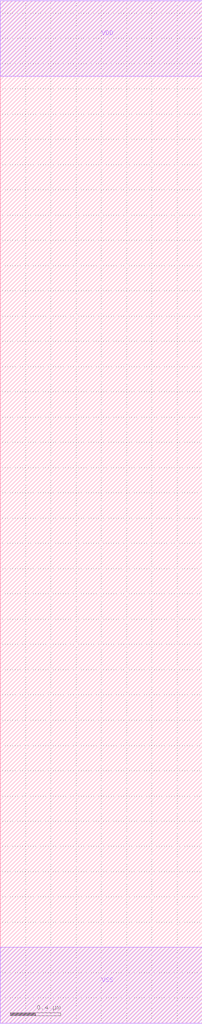
<source format=lef>
# Copyright 2022 Google LLC
# Licensed under the Apache License, Version 2.0 (the "License");
# you may not use this file except in compliance with the License.
# You may obtain a copy of the License at
#
#      http://www.apache.org/licenses/LICENSE-2.0
#
# Unless required by applicable law or agreed to in writing, software
# distributed under the License is distributed on an "AS IS" BASIS,
# WITHOUT WARRANTIES OR CONDITIONS OF ANY KIND, either express or implied.
# See the License for the specific language governing permissions and
# limitations under the License.
VERSION 5.7 ;
BUSBITCHARS "[]" ;
DIVIDERCHAR "/" ;

MACRO gf180mcu_osu_sc_gp12t3v3__fill_16
  CLASS CORE ;
  ORIGIN 0 0 ;
  FOREIGN gf180mcu_osu_sc_gp12t3v3__fill_16 0 0 ;
  SIZE 1.6 BY 8.1 ;
  SYMMETRY X Y ;
  SITE GF180_3p3_12t ;
  PIN VDD
    DIRECTION INOUT ;
    USE POWER ;
    SHAPE ABUTMENT ;
    PORT
      LAYER MET1 ;
        RECT 0 7.5 1.6 8.1 ;
    END
  END VDD
  PIN VSS
    DIRECTION INOUT ;
    USE GROUND ;
    PORT
      LAYER MET1 ;
        RECT 0 0 1.6 0.6 ;
    END
  END VSS
END gf180mcu_osu_sc_gp12t3v3__fill_16

</source>
